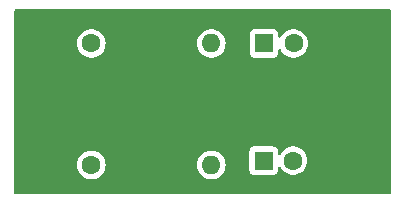
<source format=gbr>
%TF.GenerationSoftware,KiCad,Pcbnew,7.0.9*%
%TF.CreationDate,2024-01-23T01:00:11-08:00*%
%TF.ProjectId,genesis_m2_svideo_simple_standard,67656e65-7369-4735-9f6d-325f73766964,rev?*%
%TF.SameCoordinates,Original*%
%TF.FileFunction,Copper,L2,Bot*%
%TF.FilePolarity,Positive*%
%FSLAX46Y46*%
G04 Gerber Fmt 4.6, Leading zero omitted, Abs format (unit mm)*
G04 Created by KiCad (PCBNEW 7.0.9) date 2024-01-23 01:00:11*
%MOMM*%
%LPD*%
G01*
G04 APERTURE LIST*
%TA.AperFunction,ComponentPad*%
%ADD10R,1.600000X1.600000*%
%TD*%
%TA.AperFunction,ComponentPad*%
%ADD11C,1.600000*%
%TD*%
%TA.AperFunction,ComponentPad*%
%ADD12O,1.600000X1.600000*%
%TD*%
%TA.AperFunction,ViaPad*%
%ADD13C,0.800000*%
%TD*%
G04 APERTURE END LIST*
D10*
%TO.P,C2,1*%
%TO.N,Net-(C2-Pad1)*%
X93896000Y-78500000D03*
D11*
%TO.P,C2,2*%
%TO.N,Net-(J4-Pin_1)*%
X96396000Y-78500000D03*
%TD*%
%TO.P,R2,1*%
%TO.N,Net-(J2-Pin_1)*%
X79320000Y-78867000D03*
D12*
%TO.P,R2,2*%
%TO.N,Net-(C2-Pad1)*%
X89480000Y-78867000D03*
%TD*%
D11*
%TO.P,R1,1*%
%TO.N,Net-(J1-Pin_1)*%
X79320000Y-68580000D03*
D12*
%TO.P,R1,2*%
%TO.N,Net-(C1-Pad1)*%
X89480000Y-68580000D03*
%TD*%
D10*
%TO.P,C1,1*%
%TO.N,Net-(C1-Pad1)*%
X93936000Y-68580000D03*
D11*
%TO.P,C1,2*%
%TO.N,Net-(J3-Pin_1)*%
X96436000Y-68580000D03*
%TD*%
D13*
%TO.N,GND*%
X91800000Y-80400000D03*
X98700000Y-76750000D03*
X84500000Y-71500000D03*
X98700000Y-71500000D03*
X78000000Y-66750000D03*
X79000000Y-71500000D03*
X89750000Y-71500000D03*
X79000000Y-76500000D03*
X89750000Y-76500000D03*
X84500000Y-76500000D03*
%TD*%
%TA.AperFunction,Conductor*%
%TO.N,GND*%
G36*
X104607039Y-65705685D02*
G01*
X104652794Y-65758489D01*
X104664000Y-65810000D01*
X104664000Y-81245000D01*
X104644315Y-81312039D01*
X104591511Y-81357794D01*
X104540000Y-81369000D01*
X72922000Y-81369000D01*
X72854961Y-81349315D01*
X72809206Y-81296511D01*
X72798000Y-81245000D01*
X72798000Y-78867000D01*
X78114357Y-78867000D01*
X78134884Y-79088535D01*
X78134885Y-79088537D01*
X78195769Y-79302523D01*
X78195775Y-79302538D01*
X78294938Y-79501683D01*
X78294943Y-79501691D01*
X78429020Y-79679238D01*
X78593437Y-79829123D01*
X78593439Y-79829125D01*
X78782595Y-79946245D01*
X78782596Y-79946245D01*
X78782599Y-79946247D01*
X78990060Y-80026618D01*
X79208757Y-80067500D01*
X79208759Y-80067500D01*
X79431241Y-80067500D01*
X79431243Y-80067500D01*
X79649940Y-80026618D01*
X79857401Y-79946247D01*
X80046562Y-79829124D01*
X80187657Y-79700499D01*
X80210979Y-79679238D01*
X80225796Y-79659618D01*
X80345058Y-79501689D01*
X80444229Y-79302528D01*
X80505115Y-79088536D01*
X80525643Y-78867000D01*
X88274357Y-78867000D01*
X88294884Y-79088535D01*
X88294885Y-79088537D01*
X88355769Y-79302523D01*
X88355775Y-79302538D01*
X88454938Y-79501683D01*
X88454943Y-79501691D01*
X88589020Y-79679238D01*
X88753437Y-79829123D01*
X88753439Y-79829125D01*
X88942595Y-79946245D01*
X88942596Y-79946245D01*
X88942599Y-79946247D01*
X89150060Y-80026618D01*
X89368757Y-80067500D01*
X89368759Y-80067500D01*
X89591241Y-80067500D01*
X89591243Y-80067500D01*
X89809940Y-80026618D01*
X90017401Y-79946247D01*
X90206562Y-79829124D01*
X90347657Y-79700499D01*
X90370979Y-79679238D01*
X90385796Y-79659618D01*
X90505058Y-79501689D01*
X90589794Y-79331517D01*
X92695500Y-79331517D01*
X92706292Y-79399657D01*
X92710354Y-79425304D01*
X92767950Y-79538342D01*
X92767952Y-79538344D01*
X92767954Y-79538347D01*
X92857652Y-79628045D01*
X92857654Y-79628046D01*
X92857658Y-79628050D01*
X92958116Y-79679236D01*
X92970698Y-79685647D01*
X93064475Y-79700499D01*
X93064481Y-79700500D01*
X94727518Y-79700499D01*
X94821304Y-79685646D01*
X94934342Y-79628050D01*
X95024050Y-79538342D01*
X95081646Y-79425304D01*
X95081646Y-79425302D01*
X95081647Y-79425301D01*
X95096499Y-79331524D01*
X95096500Y-79331519D01*
X95096499Y-79110749D01*
X95116183Y-79043712D01*
X95168987Y-78997957D01*
X95238145Y-78988013D01*
X95301701Y-79017038D01*
X95331499Y-79055479D01*
X95370938Y-79134683D01*
X95370943Y-79134691D01*
X95505020Y-79312238D01*
X95669437Y-79462123D01*
X95669439Y-79462125D01*
X95858595Y-79579245D01*
X95858596Y-79579245D01*
X95858599Y-79579247D01*
X96066060Y-79659618D01*
X96284757Y-79700500D01*
X96284759Y-79700500D01*
X96507241Y-79700500D01*
X96507243Y-79700500D01*
X96725940Y-79659618D01*
X96933401Y-79579247D01*
X97122562Y-79462124D01*
X97286981Y-79312236D01*
X97421058Y-79134689D01*
X97520229Y-78935528D01*
X97581115Y-78721536D01*
X97601643Y-78500000D01*
X97581115Y-78278464D01*
X97520229Y-78064472D01*
X97515395Y-78054764D01*
X97421061Y-77865316D01*
X97421056Y-77865308D01*
X97286979Y-77687761D01*
X97122562Y-77537876D01*
X97122560Y-77537874D01*
X96933404Y-77420754D01*
X96933398Y-77420752D01*
X96725940Y-77340382D01*
X96507243Y-77299500D01*
X96284757Y-77299500D01*
X96066060Y-77340382D01*
X95934864Y-77391207D01*
X95858601Y-77420752D01*
X95858595Y-77420754D01*
X95669439Y-77537874D01*
X95669437Y-77537876D01*
X95505020Y-77687761D01*
X95370943Y-77865308D01*
X95370938Y-77865316D01*
X95331499Y-77944521D01*
X95283996Y-77995758D01*
X95216333Y-78013179D01*
X95149992Y-77991253D01*
X95106038Y-77936941D01*
X95096499Y-77889249D01*
X95096499Y-77668482D01*
X95096185Y-77666500D01*
X95081646Y-77574696D01*
X95024050Y-77461658D01*
X95024046Y-77461654D01*
X95024045Y-77461652D01*
X94934347Y-77371954D01*
X94934344Y-77371952D01*
X94934342Y-77371950D01*
X94857517Y-77332805D01*
X94821301Y-77314352D01*
X94727524Y-77299500D01*
X93064482Y-77299500D01*
X92983519Y-77312323D01*
X92970696Y-77314354D01*
X92857658Y-77371950D01*
X92857657Y-77371951D01*
X92857652Y-77371954D01*
X92767954Y-77461652D01*
X92767951Y-77461657D01*
X92710352Y-77574698D01*
X92695500Y-77668475D01*
X92695500Y-79331517D01*
X90589794Y-79331517D01*
X90604229Y-79302528D01*
X90665115Y-79088536D01*
X90685643Y-78867000D01*
X90665115Y-78645464D01*
X90604229Y-78431472D01*
X90528039Y-78278462D01*
X90505061Y-78232316D01*
X90505056Y-78232308D01*
X90370979Y-78054761D01*
X90206562Y-77904876D01*
X90206560Y-77904874D01*
X90017404Y-77787754D01*
X90017398Y-77787752D01*
X89809940Y-77707382D01*
X89591243Y-77666500D01*
X89368757Y-77666500D01*
X89150060Y-77707382D01*
X89018864Y-77758207D01*
X88942601Y-77787752D01*
X88942595Y-77787754D01*
X88753439Y-77904874D01*
X88753437Y-77904876D01*
X88589020Y-78054761D01*
X88454943Y-78232308D01*
X88454938Y-78232316D01*
X88355775Y-78431461D01*
X88355769Y-78431476D01*
X88294885Y-78645462D01*
X88294884Y-78645464D01*
X88274357Y-78866999D01*
X88274357Y-78867000D01*
X80525643Y-78867000D01*
X80505115Y-78645464D01*
X80444229Y-78431472D01*
X80368039Y-78278462D01*
X80345061Y-78232316D01*
X80345056Y-78232308D01*
X80210979Y-78054761D01*
X80046562Y-77904876D01*
X80046560Y-77904874D01*
X79857404Y-77787754D01*
X79857398Y-77787752D01*
X79649940Y-77707382D01*
X79431243Y-77666500D01*
X79208757Y-77666500D01*
X78990060Y-77707382D01*
X78858864Y-77758207D01*
X78782601Y-77787752D01*
X78782595Y-77787754D01*
X78593439Y-77904874D01*
X78593437Y-77904876D01*
X78429020Y-78054761D01*
X78294943Y-78232308D01*
X78294938Y-78232316D01*
X78195775Y-78431461D01*
X78195769Y-78431476D01*
X78134885Y-78645462D01*
X78134884Y-78645464D01*
X78114357Y-78866999D01*
X78114357Y-78867000D01*
X72798000Y-78867000D01*
X72798000Y-68580000D01*
X78114357Y-68580000D01*
X78134884Y-68801535D01*
X78134885Y-68801537D01*
X78195769Y-69015523D01*
X78195775Y-69015538D01*
X78294938Y-69214683D01*
X78294943Y-69214691D01*
X78429020Y-69392238D01*
X78593437Y-69542123D01*
X78593439Y-69542125D01*
X78782595Y-69659245D01*
X78782596Y-69659245D01*
X78782599Y-69659247D01*
X78990060Y-69739618D01*
X79208757Y-69780500D01*
X79208759Y-69780500D01*
X79431241Y-69780500D01*
X79431243Y-69780500D01*
X79649940Y-69739618D01*
X79857401Y-69659247D01*
X80046562Y-69542124D01*
X80210981Y-69392236D01*
X80345058Y-69214689D01*
X80444229Y-69015528D01*
X80505115Y-68801536D01*
X80525643Y-68580000D01*
X88274357Y-68580000D01*
X88294884Y-68801535D01*
X88294885Y-68801537D01*
X88355769Y-69015523D01*
X88355775Y-69015538D01*
X88454938Y-69214683D01*
X88454943Y-69214691D01*
X88589020Y-69392238D01*
X88753437Y-69542123D01*
X88753439Y-69542125D01*
X88942595Y-69659245D01*
X88942596Y-69659245D01*
X88942599Y-69659247D01*
X89150060Y-69739618D01*
X89368757Y-69780500D01*
X89368759Y-69780500D01*
X89591241Y-69780500D01*
X89591243Y-69780500D01*
X89809940Y-69739618D01*
X90017401Y-69659247D01*
X90206562Y-69542124D01*
X90349831Y-69411517D01*
X92735500Y-69411517D01*
X92746292Y-69479657D01*
X92750354Y-69505304D01*
X92807950Y-69618342D01*
X92807952Y-69618344D01*
X92807954Y-69618347D01*
X92897652Y-69708045D01*
X92897654Y-69708046D01*
X92897658Y-69708050D01*
X93010694Y-69765645D01*
X93010698Y-69765647D01*
X93104475Y-69780499D01*
X93104481Y-69780500D01*
X94767518Y-69780499D01*
X94861304Y-69765646D01*
X94974342Y-69708050D01*
X95064050Y-69618342D01*
X95121646Y-69505304D01*
X95121646Y-69505302D01*
X95121647Y-69505301D01*
X95136499Y-69411524D01*
X95136500Y-69411519D01*
X95136499Y-69190749D01*
X95156183Y-69123712D01*
X95208987Y-69077957D01*
X95278145Y-69068013D01*
X95341701Y-69097038D01*
X95371499Y-69135479D01*
X95410938Y-69214683D01*
X95410943Y-69214691D01*
X95545020Y-69392238D01*
X95709437Y-69542123D01*
X95709439Y-69542125D01*
X95898595Y-69659245D01*
X95898596Y-69659245D01*
X95898599Y-69659247D01*
X96106060Y-69739618D01*
X96324757Y-69780500D01*
X96324759Y-69780500D01*
X96547241Y-69780500D01*
X96547243Y-69780500D01*
X96765940Y-69739618D01*
X96973401Y-69659247D01*
X97162562Y-69542124D01*
X97326981Y-69392236D01*
X97461058Y-69214689D01*
X97560229Y-69015528D01*
X97621115Y-68801536D01*
X97641643Y-68580000D01*
X97621115Y-68358464D01*
X97560229Y-68144472D01*
X97534688Y-68093179D01*
X97461061Y-67945316D01*
X97461056Y-67945308D01*
X97326979Y-67767761D01*
X97162562Y-67617876D01*
X97162560Y-67617874D01*
X96973404Y-67500754D01*
X96973398Y-67500752D01*
X96765940Y-67420382D01*
X96547243Y-67379500D01*
X96324757Y-67379500D01*
X96106060Y-67420382D01*
X95974864Y-67471207D01*
X95898601Y-67500752D01*
X95898595Y-67500754D01*
X95709439Y-67617874D01*
X95709437Y-67617876D01*
X95545020Y-67767761D01*
X95410943Y-67945308D01*
X95410938Y-67945316D01*
X95371499Y-68024521D01*
X95323996Y-68075758D01*
X95256333Y-68093179D01*
X95189992Y-68071253D01*
X95146038Y-68016941D01*
X95136499Y-67969249D01*
X95136499Y-67748482D01*
X95136498Y-67748475D01*
X95121646Y-67654696D01*
X95064050Y-67541658D01*
X95064046Y-67541654D01*
X95064045Y-67541652D01*
X94974347Y-67451954D01*
X94974344Y-67451952D01*
X94974342Y-67451950D01*
X94897517Y-67412805D01*
X94861301Y-67394352D01*
X94767524Y-67379500D01*
X93104482Y-67379500D01*
X93023519Y-67392323D01*
X93010696Y-67394354D01*
X92897658Y-67451950D01*
X92897657Y-67451951D01*
X92897652Y-67451954D01*
X92807954Y-67541652D01*
X92807951Y-67541657D01*
X92750352Y-67654698D01*
X92735500Y-67748475D01*
X92735500Y-69411517D01*
X90349831Y-69411517D01*
X90370981Y-69392236D01*
X90505058Y-69214689D01*
X90604229Y-69015528D01*
X90665115Y-68801536D01*
X90685643Y-68580000D01*
X90665115Y-68358464D01*
X90604229Y-68144472D01*
X90578688Y-68093179D01*
X90505061Y-67945316D01*
X90505056Y-67945308D01*
X90370979Y-67767761D01*
X90206562Y-67617876D01*
X90206560Y-67617874D01*
X90017404Y-67500754D01*
X90017398Y-67500752D01*
X89809940Y-67420382D01*
X89591243Y-67379500D01*
X89368757Y-67379500D01*
X89150060Y-67420382D01*
X89018864Y-67471207D01*
X88942601Y-67500752D01*
X88942595Y-67500754D01*
X88753439Y-67617874D01*
X88753437Y-67617876D01*
X88589020Y-67767761D01*
X88454943Y-67945308D01*
X88454938Y-67945316D01*
X88355775Y-68144461D01*
X88355769Y-68144476D01*
X88294885Y-68358462D01*
X88294884Y-68358464D01*
X88274357Y-68579999D01*
X88274357Y-68580000D01*
X80525643Y-68580000D01*
X80505115Y-68358464D01*
X80444229Y-68144472D01*
X80418688Y-68093179D01*
X80345061Y-67945316D01*
X80345056Y-67945308D01*
X80210979Y-67767761D01*
X80046562Y-67617876D01*
X80046560Y-67617874D01*
X79857404Y-67500754D01*
X79857398Y-67500752D01*
X79649940Y-67420382D01*
X79431243Y-67379500D01*
X79208757Y-67379500D01*
X78990060Y-67420382D01*
X78858864Y-67471207D01*
X78782601Y-67500752D01*
X78782595Y-67500754D01*
X78593439Y-67617874D01*
X78593437Y-67617876D01*
X78429020Y-67767761D01*
X78294943Y-67945308D01*
X78294938Y-67945316D01*
X78195775Y-68144461D01*
X78195769Y-68144476D01*
X78134885Y-68358462D01*
X78134884Y-68358464D01*
X78114357Y-68579999D01*
X78114357Y-68580000D01*
X72798000Y-68580000D01*
X72798000Y-65810000D01*
X72817685Y-65742961D01*
X72870489Y-65697206D01*
X72922000Y-65686000D01*
X104540000Y-65686000D01*
X104607039Y-65705685D01*
G37*
%TD.AperFunction*%
%TD*%
M02*

</source>
